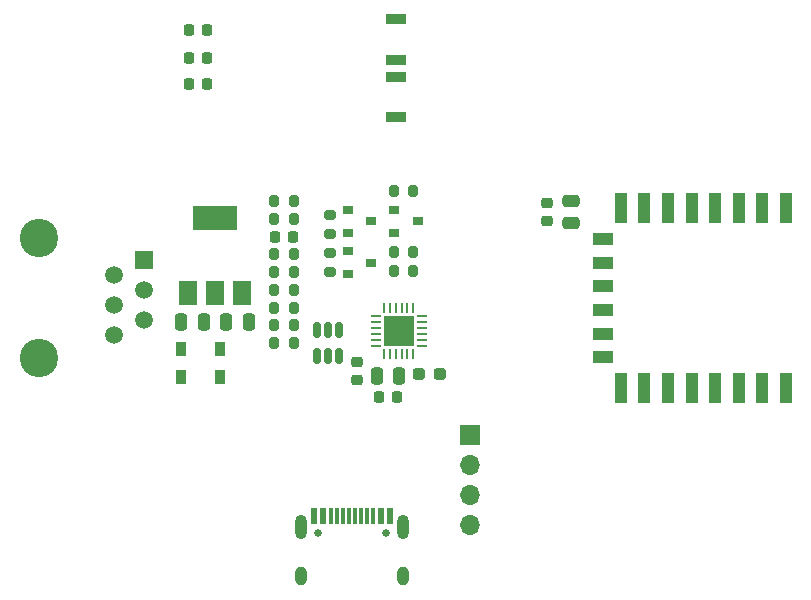
<source format=gbr>
%TF.GenerationSoftware,KiCad,Pcbnew,(5.99.0-7626-g1ca75c8fda)*%
%TF.CreationDate,2021-03-16T15:24:00+01:00*%
%TF.ProjectId,CDEM,4344454d-2e6b-4696-9361-645f70636258,rev?*%
%TF.SameCoordinates,Original*%
%TF.FileFunction,Soldermask,Top*%
%TF.FilePolarity,Negative*%
%FSLAX46Y46*%
G04 Gerber Fmt 4.6, Leading zero omitted, Abs format (unit mm)*
G04 Created by KiCad (PCBNEW (5.99.0-7626-g1ca75c8fda)) date 2021-03-16 15:24:00*
%MOMM*%
%LPD*%
G01*
G04 APERTURE LIST*
G04 Aperture macros list*
%AMRoundRect*
0 Rectangle with rounded corners*
0 $1 Rounding radius*
0 $2 $3 $4 $5 $6 $7 $8 $9 X,Y pos of 4 corners*
0 Add a 4 corners polygon primitive as box body*
4,1,4,$2,$3,$4,$5,$6,$7,$8,$9,$2,$3,0*
0 Add four circle primitives for the rounded corners*
1,1,$1+$1,$2,$3,0*
1,1,$1+$1,$4,$5,0*
1,1,$1+$1,$6,$7,0*
1,1,$1+$1,$8,$9,0*
0 Add four rect primitives between the rounded corners*
20,1,$1+$1,$2,$3,$4,$5,0*
20,1,$1+$1,$4,$5,$6,$7,0*
20,1,$1+$1,$6,$7,$8,$9,0*
20,1,$1+$1,$8,$9,$2,$3,0*%
G04 Aperture macros list end*
%ADD10RoundRect,0.200000X0.200000X0.275000X-0.200000X0.275000X-0.200000X-0.275000X0.200000X-0.275000X0*%
%ADD11RoundRect,0.150000X0.150000X-0.512500X0.150000X0.512500X-0.150000X0.512500X-0.150000X-0.512500X0*%
%ADD12RoundRect,0.200000X-0.200000X-0.275000X0.200000X-0.275000X0.200000X0.275000X-0.200000X0.275000X0*%
%ADD13RoundRect,0.062500X-0.350000X-0.062500X0.350000X-0.062500X0.350000X0.062500X-0.350000X0.062500X0*%
%ADD14RoundRect,0.062500X-0.062500X-0.350000X0.062500X-0.350000X0.062500X0.350000X-0.062500X0.350000X0*%
%ADD15R,2.600000X2.600000*%
%ADD16RoundRect,0.225000X-0.250000X0.225000X-0.250000X-0.225000X0.250000X-0.225000X0.250000X0.225000X0*%
%ADD17RoundRect,0.250000X-0.250000X-0.475000X0.250000X-0.475000X0.250000X0.475000X-0.250000X0.475000X0*%
%ADD18C,0.650000*%
%ADD19R,0.600000X1.450000*%
%ADD20R,0.300000X1.450000*%
%ADD21O,1.000000X1.600000*%
%ADD22O,1.000000X2.100000*%
%ADD23RoundRect,0.250000X0.250000X0.475000X-0.250000X0.475000X-0.250000X-0.475000X0.250000X-0.475000X0*%
%ADD24RoundRect,0.218750X-0.218750X-0.256250X0.218750X-0.256250X0.218750X0.256250X-0.218750X0.256250X0*%
%ADD25R,0.900000X1.200000*%
%ADD26RoundRect,0.225000X-0.225000X-0.250000X0.225000X-0.250000X0.225000X0.250000X-0.225000X0.250000X0*%
%ADD27R,1.700000X1.700000*%
%ADD28O,1.700000X1.700000*%
%ADD29R,1.500000X2.000000*%
%ADD30R,3.800000X2.000000*%
%ADD31RoundRect,0.225000X0.225000X0.250000X-0.225000X0.250000X-0.225000X-0.250000X0.225000X-0.250000X0*%
%ADD32RoundRect,0.200000X-0.275000X0.200000X-0.275000X-0.200000X0.275000X-0.200000X0.275000X0.200000X0*%
%ADD33RoundRect,0.237500X0.287500X0.237500X-0.287500X0.237500X-0.287500X-0.237500X0.287500X-0.237500X0*%
%ADD34RoundRect,0.250000X-0.475000X0.250000X-0.475000X-0.250000X0.475000X-0.250000X0.475000X0.250000X0*%
%ADD35R,0.900000X0.800000*%
%ADD36R,1.000000X2.500000*%
%ADD37R,1.800000X1.000000*%
%ADD38R,1.700000X0.900000*%
%ADD39C,3.250000*%
%ADD40R,1.520000X1.520000*%
%ADD41C,1.520000*%
%ADD42RoundRect,0.200000X0.275000X-0.200000X0.275000X0.200000X-0.275000X0.200000X-0.275000X-0.200000X0*%
G04 APERTURE END LIST*
D10*
%TO.C,R13*%
X54775000Y-97600000D03*
X56425000Y-97600000D03*
%TD*%
%TO.C,R1*%
X56425000Y-99100000D03*
X54775000Y-99100000D03*
%TD*%
D11*
%TO.C,U2*%
X58350000Y-110737500D03*
X59300000Y-110737500D03*
X60250000Y-110737500D03*
X60250000Y-108462500D03*
X59300000Y-108462500D03*
X58350000Y-108462500D03*
%TD*%
D12*
%TO.C,R4*%
X54775000Y-106600000D03*
X56425000Y-106600000D03*
%TD*%
D13*
%TO.C,U3*%
X63362500Y-107350000D03*
X63362500Y-107850000D03*
X63362500Y-108350000D03*
X63362500Y-108850000D03*
X63362500Y-109350000D03*
X63362500Y-109850000D03*
D14*
X64050000Y-110537500D03*
X64550000Y-110537500D03*
X65050000Y-110537500D03*
X65550000Y-110537500D03*
X66050000Y-110537500D03*
X66550000Y-110537500D03*
D13*
X67237500Y-109850000D03*
X67237500Y-109350000D03*
X67237500Y-108850000D03*
X67237500Y-108350000D03*
X67237500Y-107850000D03*
X67237500Y-107350000D03*
D14*
X66550000Y-106662500D03*
X66050000Y-106662500D03*
X65550000Y-106662500D03*
X65050000Y-106662500D03*
X64550000Y-106662500D03*
X64050000Y-106662500D03*
D15*
X65300000Y-108600000D03*
%TD*%
D16*
%TO.C,C7*%
X77900000Y-97725000D03*
X77900000Y-99275000D03*
%TD*%
D12*
%TO.C,R3*%
X54775000Y-109600000D03*
X56425000Y-109600000D03*
%TD*%
D17*
%TO.C,C1*%
X50700000Y-107800000D03*
X52600000Y-107800000D03*
%TD*%
D18*
%TO.C,J1*%
X58460000Y-125700000D03*
X64240000Y-125700000D03*
D19*
X58100000Y-124255000D03*
X58900000Y-124255000D03*
D20*
X60100000Y-124255000D03*
X61100000Y-124255000D03*
X61600000Y-124255000D03*
X62600000Y-124255000D03*
D19*
X63800000Y-124255000D03*
X64600000Y-124255000D03*
X64600000Y-124255000D03*
X63800000Y-124255000D03*
D20*
X63100000Y-124255000D03*
X62100000Y-124255000D03*
X60600000Y-124255000D03*
X59600000Y-124255000D03*
D19*
X58900000Y-124255000D03*
X58100000Y-124255000D03*
D21*
X65670000Y-129350000D03*
D22*
X57030000Y-125170000D03*
D21*
X57030000Y-129350000D03*
D22*
X65670000Y-125170000D03*
%TD*%
D23*
%TO.C,C3*%
X48800000Y-107800000D03*
X46900000Y-107800000D03*
%TD*%
D24*
%TO.C,D4*%
X47512500Y-85500000D03*
X49087500Y-85500000D03*
%TD*%
D25*
%TO.C,D1*%
X50150000Y-112500000D03*
X46850000Y-112500000D03*
%TD*%
D24*
%TO.C,D3*%
X47512500Y-83100000D03*
X49087500Y-83100000D03*
%TD*%
D26*
%TO.C,C4*%
X63625000Y-114200000D03*
X65175000Y-114200000D03*
%TD*%
D27*
%TO.C,J3*%
X71300000Y-117400000D03*
D28*
X71300000Y-119940000D03*
X71300000Y-122480000D03*
X71300000Y-125020000D03*
%TD*%
D12*
%TO.C,R9*%
X54775000Y-103600000D03*
X56425000Y-103600000D03*
%TD*%
D29*
%TO.C,U1*%
X47450000Y-105350000D03*
X49750000Y-105350000D03*
D30*
X49750000Y-99050000D03*
D29*
X52050000Y-105350000D03*
%TD*%
D31*
%TO.C,C8*%
X56375000Y-100600000D03*
X54825000Y-100600000D03*
%TD*%
D32*
%TO.C,R10*%
X59500000Y-98725000D03*
X59500000Y-100375000D03*
%TD*%
D12*
%TO.C,R7*%
X54775000Y-108100000D03*
X56425000Y-108100000D03*
%TD*%
%TO.C,R12*%
X64875000Y-96700000D03*
X66525000Y-96700000D03*
%TD*%
D33*
%TO.C,C9*%
X68775000Y-112200000D03*
X67025000Y-112200000D03*
%TD*%
D16*
%TO.C,C5*%
X61800000Y-111225000D03*
X61800000Y-112775000D03*
%TD*%
D10*
%TO.C,R2*%
X66525000Y-101900000D03*
X64875000Y-101900000D03*
%TD*%
D34*
%TO.C,C6*%
X79900000Y-97550000D03*
X79900000Y-99450000D03*
%TD*%
D24*
%TO.C,D5*%
X47512500Y-87700000D03*
X49087500Y-87700000D03*
%TD*%
D12*
%TO.C,R5*%
X54775000Y-105100000D03*
X56425000Y-105100000D03*
%TD*%
D35*
%TO.C,Q1*%
X64900000Y-98350000D03*
X64900000Y-100250000D03*
X66900000Y-99300000D03*
%TD*%
%TO.C,Q2*%
X61000000Y-101850000D03*
X61000000Y-103750000D03*
X63000000Y-102800000D03*
%TD*%
D36*
%TO.C,U4*%
X98100000Y-98200000D03*
X96100000Y-98200000D03*
X94100000Y-98200000D03*
X92100000Y-98200000D03*
X90100000Y-98200000D03*
X88100000Y-98200000D03*
X86100000Y-98200000D03*
X84100000Y-98200000D03*
D37*
X82600000Y-100800000D03*
X82600000Y-102800000D03*
X82600000Y-104800000D03*
X82600000Y-106800000D03*
X82600000Y-108800000D03*
X82600000Y-110800000D03*
D36*
X84100000Y-113400000D03*
X86100000Y-113400000D03*
X88100000Y-113400000D03*
X90100000Y-113400000D03*
X92100000Y-113400000D03*
X94100000Y-113400000D03*
X96100000Y-113400000D03*
X98100000Y-113400000D03*
%TD*%
D25*
%TO.C,D2*%
X50150000Y-110100000D03*
X46850000Y-110100000D03*
%TD*%
D35*
%TO.C,Q3*%
X61000000Y-98350000D03*
X61000000Y-100250000D03*
X63000000Y-99300000D03*
%TD*%
D17*
%TO.C,C2*%
X63450000Y-112400000D03*
X65350000Y-112400000D03*
%TD*%
D38*
%TO.C,SW2*%
X65100000Y-82200000D03*
X65100000Y-85600000D03*
%TD*%
D10*
%TO.C,R6*%
X66525000Y-103500000D03*
X64875000Y-103500000D03*
%TD*%
D38*
%TO.C,SW1*%
X65100000Y-87100000D03*
X65100000Y-90500000D03*
%TD*%
D10*
%TO.C,R8*%
X56425000Y-102100000D03*
X54775000Y-102100000D03*
%TD*%
D39*
%TO.C,J2*%
X34810000Y-100690000D03*
X34810000Y-110850000D03*
D40*
X43700000Y-102600000D03*
D41*
X41160000Y-103870000D03*
X43700000Y-105140000D03*
X41160000Y-106410000D03*
X43700000Y-107680000D03*
X41160000Y-108950000D03*
%TD*%
D42*
%TO.C,R11*%
X59500000Y-103625000D03*
X59500000Y-101975000D03*
%TD*%
M02*

</source>
